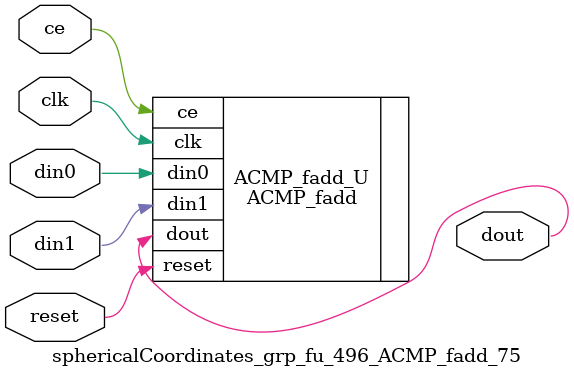
<source format=v>

`timescale 1 ns / 1 ps
module sphericalCoordinates_grp_fu_496_ACMP_fadd_75(
    clk,
    reset,
    ce,
    din0,
    din1,
    dout);

parameter ID = 32'd1;
parameter NUM_STAGE = 32'd1;
parameter din0_WIDTH = 32'd1;
parameter din1_WIDTH = 32'd1;
parameter dout_WIDTH = 32'd1;
input clk;
input reset;
input ce;
input[din0_WIDTH - 1:0] din0;
input[din1_WIDTH - 1:0] din1;
output[dout_WIDTH - 1:0] dout;



ACMP_fadd #(
.ID( ID ),
.NUM_STAGE( 4 ),
.din0_WIDTH( din0_WIDTH ),
.din1_WIDTH( din1_WIDTH ),
.dout_WIDTH( dout_WIDTH ))
ACMP_fadd_U(
    .clk( clk ),
    .reset( reset ),
    .ce( ce ),
    .din0( din0 ),
    .din1( din1 ),
    .dout( dout ));

endmodule

</source>
